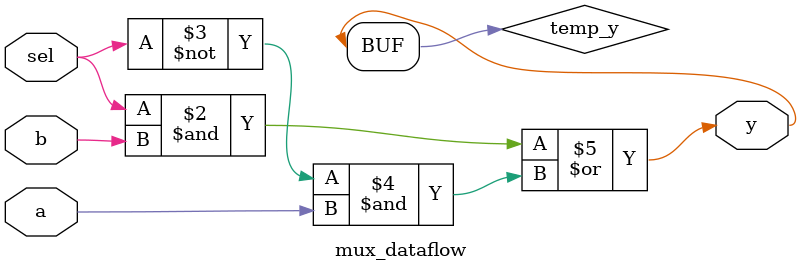
<source format=v>
module mux_dataflow(input a, b, sel,
                    output y);
    
    reg temp_y;
    
    always @(*) begin
        temp_y = (sel & b) | (~sel & a);
    end

    assign y = temp_y;
    
endmodule
</source>
